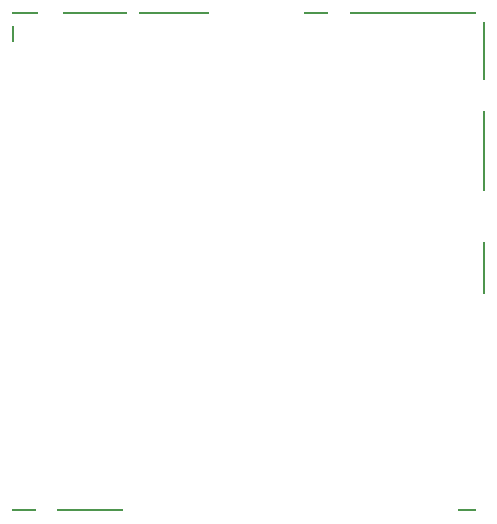
<source format=gbp>
G04 #@! TF.GenerationSoftware,KiCad,Pcbnew,8.0.6-8.0.6-0~ubuntu22.04.1*
G04 #@! TF.CreationDate,2024-11-17T23:12:27+00:00*
G04 #@! TF.ProjectId,hellenbremen,68656c6c-656e-4627-9265-6d656e2e6b69,rev?*
G04 #@! TF.SameCoordinates,Original*
G04 #@! TF.FileFunction,Paste,Bot*
G04 #@! TF.FilePolarity,Positive*
%FSLAX46Y46*%
G04 Gerber Fmt 4.6, Leading zero omitted, Abs format (unit mm)*
G04 Created by KiCad (PCBNEW 8.0.6-8.0.6-0~ubuntu22.04.1) date 2024-11-17 23:12:27*
%MOMM*%
%LPD*%
G01*
G04 APERTURE LIST*
%ADD10R,2.300000X0.200000*%
%ADD11R,10.700000X0.200000*%
%ADD12R,2.100000X0.200000*%
%ADD13R,6.000000X0.200000*%
%ADD14R,5.400000X0.200000*%
%ADD15R,0.200000X1.400000*%
%ADD16R,0.200000X5.000000*%
%ADD17R,0.200000X6.800000*%
%ADD18R,0.200000X4.500000*%
%ADD19R,1.600000X0.200000*%
%ADD20R,5.700000X0.200000*%
%ADD21R,2.000000X0.200000*%
G04 APERTURE END LIST*
D10*
G04 #@! TO.C,M3*
X47325000Y61025004D03*
D11*
X80124998Y61025002D03*
D12*
X71924999Y61025002D03*
D13*
X59875000Y61025002D03*
D14*
X53175003Y61025002D03*
D15*
X46274997Y59224995D03*
D16*
X86174998Y57825000D03*
D17*
X86174998Y49324997D03*
D18*
X86174998Y39474994D03*
D19*
X84674999Y18924999D03*
D20*
X52824996Y18924999D03*
D21*
X47175003Y18924999D03*
G04 #@! TD*
M02*

</source>
